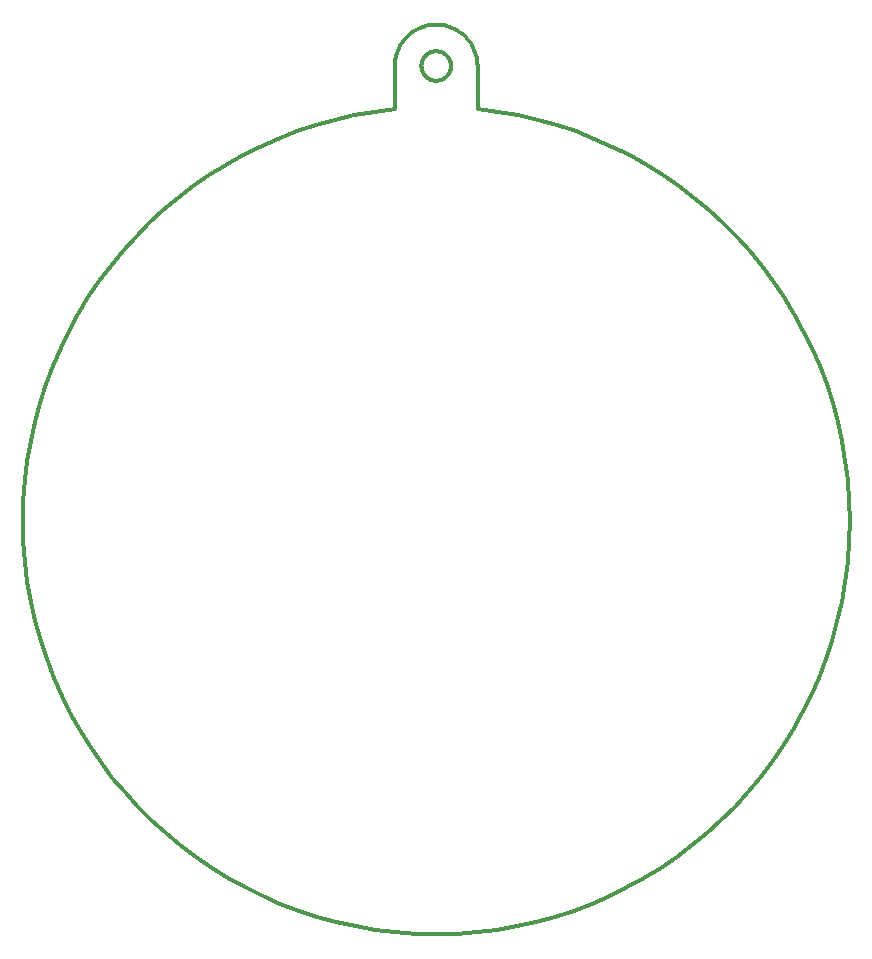
<source format=gm1>
%TF.GenerationSoftware,KiCad,Pcbnew,8.0.6*%
%TF.CreationDate,2024-11-04T22:38:12+01:00*%
%TF.ProjectId,christmas_ornament_2024,63687269-7374-46d6-9173-5f6f726e616d,1.0*%
%TF.SameCoordinates,Original*%
%TF.FileFunction,Profile,NP*%
%FSLAX46Y46*%
G04 Gerber Fmt 4.6, Leading zero omitted, Abs format (unit mm)*
G04 Created by KiCad (PCBNEW 8.0.6) date 2024-11-04 22:38:12*
%MOMM*%
%LPD*%
G01*
G04 APERTURE LIST*
%TA.AperFunction,Profile*%
%ADD10C,0.349999*%
%TD*%
G04 APERTURE END LIST*
D10*
X152591131Y-52778642D02*
X152654611Y-52783469D01*
X152717169Y-52791418D01*
X152778725Y-52802411D01*
X152839201Y-52816369D01*
X152898518Y-52833213D01*
X152956598Y-52852865D01*
X153013363Y-52875247D01*
X153068733Y-52900279D01*
X153122631Y-52927883D01*
X153174977Y-52957982D01*
X153225693Y-52990496D01*
X153274701Y-53025346D01*
X153321922Y-53062454D01*
X153367278Y-53101742D01*
X153410690Y-53143132D01*
X153452079Y-53186543D01*
X153491367Y-53231899D01*
X153528475Y-53279120D01*
X153563326Y-53328128D01*
X153595839Y-53378844D01*
X153625938Y-53431191D01*
X153653542Y-53485088D01*
X153678575Y-53540458D01*
X153700956Y-53597223D01*
X153720608Y-53655303D01*
X153737453Y-53714620D01*
X153751410Y-53775096D01*
X153762403Y-53836652D01*
X153770352Y-53899210D01*
X153775179Y-53962690D01*
X153776806Y-54027015D01*
X153775179Y-54091340D01*
X153770352Y-54154821D01*
X153762403Y-54217378D01*
X153751410Y-54278934D01*
X153737453Y-54339410D01*
X153720608Y-54398727D01*
X153700956Y-54456808D01*
X153678575Y-54513572D01*
X153653542Y-54568943D01*
X153625938Y-54622840D01*
X153595839Y-54675186D01*
X153563326Y-54725903D01*
X153528475Y-54774911D01*
X153491367Y-54822132D01*
X153452079Y-54867488D01*
X153410690Y-54910899D01*
X153367278Y-54952288D01*
X153321922Y-54991576D01*
X153274701Y-55028685D01*
X153225693Y-55063535D01*
X153174977Y-55096049D01*
X153122631Y-55126147D01*
X153068733Y-55153752D01*
X153013363Y-55178784D01*
X152956598Y-55201166D01*
X152898518Y-55220818D01*
X152839201Y-55237662D01*
X152778725Y-55251620D01*
X152717169Y-55262612D01*
X152654611Y-55270562D01*
X152591131Y-55275389D01*
X152526806Y-55277015D01*
X152462481Y-55275389D01*
X152399000Y-55270562D01*
X152336443Y-55262612D01*
X152274887Y-55251620D01*
X152214411Y-55237662D01*
X152155094Y-55220818D01*
X152097013Y-55201166D01*
X152040249Y-55178784D01*
X151984879Y-55153752D01*
X151930981Y-55126147D01*
X151878635Y-55096049D01*
X151827918Y-55063535D01*
X151778910Y-55028685D01*
X151731689Y-54991576D01*
X151686334Y-54952288D01*
X151642922Y-54910899D01*
X151601533Y-54867488D01*
X151562245Y-54822132D01*
X151525136Y-54774911D01*
X151490286Y-54725903D01*
X151457772Y-54675186D01*
X151427674Y-54622840D01*
X151400069Y-54568943D01*
X151375037Y-54513572D01*
X151352655Y-54456808D01*
X151333003Y-54398727D01*
X151316159Y-54339410D01*
X151302201Y-54278934D01*
X151291209Y-54217378D01*
X151283259Y-54154821D01*
X151278432Y-54091340D01*
X151276806Y-54027015D01*
X151278432Y-53962690D01*
X151283259Y-53899210D01*
X151291209Y-53836652D01*
X151302201Y-53775096D01*
X151316159Y-53714620D01*
X151333003Y-53655303D01*
X151352655Y-53597223D01*
X151375037Y-53540458D01*
X151400069Y-53485088D01*
X151427674Y-53431191D01*
X151457772Y-53378844D01*
X151490286Y-53328128D01*
X151525136Y-53279120D01*
X151562245Y-53231899D01*
X151601533Y-53186543D01*
X151642922Y-53143132D01*
X151686334Y-53101742D01*
X151731689Y-53062454D01*
X151778910Y-53025346D01*
X151827918Y-52990496D01*
X151878635Y-52957982D01*
X151930981Y-52927883D01*
X151984879Y-52900279D01*
X152040249Y-52875247D01*
X152097013Y-52852865D01*
X152155094Y-52833213D01*
X152214411Y-52816369D01*
X152274887Y-52802411D01*
X152336443Y-52791418D01*
X152399000Y-52783469D01*
X152462481Y-52778642D01*
X152526806Y-52777015D01*
X152591131Y-52778642D01*
X152753286Y-50534342D02*
X152979030Y-50556323D01*
X153203301Y-50592956D01*
X153425364Y-50644243D01*
X153644482Y-50710184D01*
X153859919Y-50790778D01*
X154070939Y-50886025D01*
X154276806Y-50995926D01*
X154474916Y-51119261D01*
X154662913Y-51254385D01*
X154840428Y-51400662D01*
X155007094Y-51557454D01*
X155162541Y-51724122D01*
X155306403Y-51900030D01*
X155438310Y-52084540D01*
X155557895Y-52277014D01*
X155664790Y-52476815D01*
X155758626Y-52683305D01*
X155839036Y-52895847D01*
X155905652Y-53113803D01*
X155958105Y-53336535D01*
X155996027Y-53563406D01*
X156019050Y-53793779D01*
X156026806Y-54027015D01*
X156026779Y-57702411D01*
X157752213Y-57918542D01*
X159448146Y-58215863D01*
X161112737Y-58592234D01*
X162744147Y-59045518D01*
X164340535Y-59573574D01*
X165900064Y-60174264D01*
X167420892Y-60845448D01*
X168901181Y-61584988D01*
X170339090Y-62390744D01*
X171732780Y-63260578D01*
X173080412Y-64192350D01*
X174380145Y-65183921D01*
X175630141Y-66233152D01*
X176828559Y-67337904D01*
X177973559Y-68496038D01*
X179063303Y-69705415D01*
X180095950Y-70963895D01*
X181069661Y-72269340D01*
X181982597Y-73619611D01*
X182832917Y-75012568D01*
X183618781Y-76446073D01*
X184338352Y-77917986D01*
X184989787Y-79426168D01*
X185571249Y-80968481D01*
X186080897Y-82542784D01*
X186516892Y-84146940D01*
X186877394Y-85778808D01*
X187160564Y-87436251D01*
X187364561Y-89117128D01*
X187487547Y-90819300D01*
X187527681Y-92540630D01*
X187483124Y-94278976D01*
X187353643Y-96013067D01*
X187141598Y-97721758D01*
X186849031Y-99403103D01*
X186477988Y-101055160D01*
X186030513Y-102675982D01*
X185508650Y-104263627D01*
X184914443Y-105816150D01*
X184249937Y-107331605D01*
X183517176Y-108808049D01*
X182718205Y-110243538D01*
X181855067Y-111636126D01*
X180929807Y-112983870D01*
X179944469Y-114284825D01*
X178901098Y-115537047D01*
X177801737Y-116738590D01*
X176648432Y-117887512D01*
X175443226Y-118981867D01*
X174188164Y-120019710D01*
X172885289Y-120999099D01*
X171536648Y-121918087D01*
X170144282Y-122774731D01*
X168710238Y-123567086D01*
X167236559Y-124293208D01*
X165725290Y-124951153D01*
X164178474Y-125538975D01*
X162598157Y-126054731D01*
X160986382Y-126496477D01*
X159345194Y-126862267D01*
X157676637Y-127150157D01*
X155982755Y-127358203D01*
X154265593Y-127484461D01*
X152527195Y-127526985D01*
X150788797Y-127484481D01*
X149071634Y-127358243D01*
X147377750Y-127150216D01*
X145709190Y-126862345D01*
X144067998Y-126496574D01*
X142456219Y-126054847D01*
X140875896Y-125539109D01*
X139329074Y-124951305D01*
X137817797Y-124293377D01*
X136344111Y-123567272D01*
X134910058Y-122774934D01*
X133517683Y-121918306D01*
X132169031Y-120999333D01*
X130866146Y-120019960D01*
X129611072Y-118982130D01*
X128405854Y-117887789D01*
X127252536Y-116738881D01*
X126153162Y-115537350D01*
X125109776Y-114285141D01*
X124124424Y-112984197D01*
X123199149Y-111636464D01*
X122335995Y-110243885D01*
X121537007Y-108808406D01*
X120804230Y-107331970D01*
X120139707Y-105816522D01*
X119545483Y-104264006D01*
X119023602Y-102676367D01*
X118576108Y-101055550D01*
X118205047Y-99403497D01*
X117912461Y-97722155D01*
X117700396Y-96013467D01*
X117570896Y-94279377D01*
X117526319Y-92541031D01*
X117566433Y-90819701D01*
X117689398Y-89117527D01*
X117893376Y-87436648D01*
X118176526Y-85779202D01*
X118537009Y-84147330D01*
X118972985Y-82543169D01*
X119482614Y-80968860D01*
X120064058Y-79426541D01*
X120715476Y-77918352D01*
X121435028Y-76446430D01*
X122220876Y-75012917D01*
X123071179Y-73619950D01*
X123984099Y-72269669D01*
X124957794Y-70964213D01*
X125990426Y-69705720D01*
X127080155Y-68496331D01*
X128225142Y-67338184D01*
X129423547Y-66233418D01*
X130673530Y-65184173D01*
X131973251Y-64192587D01*
X133320871Y-63260800D01*
X134714551Y-62390951D01*
X136152451Y-61585178D01*
X137632730Y-60845621D01*
X139153551Y-60174419D01*
X140713072Y-59573712D01*
X142309454Y-59045637D01*
X143940859Y-58592335D01*
X145605445Y-58215944D01*
X147301374Y-57918604D01*
X149026806Y-57702453D01*
X149026806Y-54027015D01*
X149028753Y-53910079D01*
X149034562Y-53793779D01*
X149044188Y-53678195D01*
X149057585Y-53563406D01*
X149074707Y-53449493D01*
X149095507Y-53336535D01*
X149119940Y-53224612D01*
X149147960Y-53113803D01*
X149179520Y-53004188D01*
X149214575Y-52895847D01*
X149253079Y-52788859D01*
X149294985Y-52683305D01*
X149340248Y-52579264D01*
X149388822Y-52476815D01*
X149440660Y-52376039D01*
X149495716Y-52277014D01*
X149553946Y-52179821D01*
X149615302Y-52084540D01*
X149679738Y-51991250D01*
X149747209Y-51900030D01*
X149817668Y-51810961D01*
X149891070Y-51724122D01*
X149967369Y-51639593D01*
X150046518Y-51557454D01*
X150128471Y-51477783D01*
X150213183Y-51400662D01*
X150300608Y-51326170D01*
X150390698Y-51254385D01*
X150483410Y-51185389D01*
X150578695Y-51119261D01*
X150676509Y-51056080D01*
X150776806Y-50995926D01*
X150982673Y-50886025D01*
X151193693Y-50790778D01*
X151409130Y-50710184D01*
X151628248Y-50644243D01*
X151850311Y-50592956D01*
X152074582Y-50556323D01*
X152300326Y-50534342D01*
X152526806Y-50527016D01*
X152753286Y-50534342D01*
M02*

</source>
